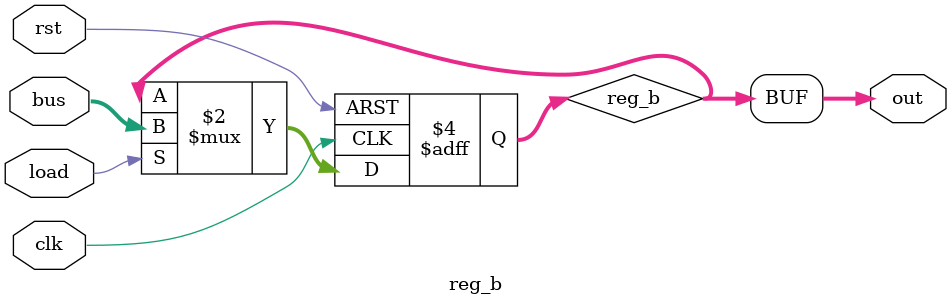
<source format=v>
module reg_b(
	input clk,
	input rst,
	input load,
	input[7:0] bus,
	output[7:0] out
);

reg[7:0] reg_b;

always @(posedge clk, posedge rst) begin
	if (rst) begin
		reg_b <= 8'b0;
	end else if (load) begin
		reg_b <= bus;
	end
end

assign out = reg_b;

endmodule



</source>
